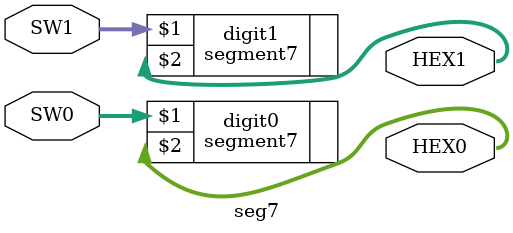
<source format=v>

module seg7 (SW0, SW1, HEX0, HEX1);
	
	input [3:0] SW0; // uses switches 0-3
	input [3:0] SW1; // uses 4-7
	output [0:6] HEX0; // displayes on HEX0
	output [0:6] HEX1; //displays on HEX1
	
	segment7 digit0(SW0, HEX0); // pairs switches 0-3 with Hex0
	segment7 digit1(SW1, HEX1); //pairs switches 4-7 with Hex1

endmodule 
</source>
